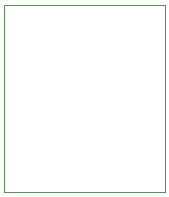
<source format=gko>
G75*
%MOIN*%
%OFA0B0*%
%FSLAX25Y25*%
%IPPOS*%
%LPD*%
%AMOC8*
5,1,8,0,0,1.08239X$1,22.5*
%
%ADD10C,0.00000*%
D10*
X0001000Y0001600D02*
X0001000Y0064061D01*
X0054701Y0064061D01*
X0054701Y0001600D01*
X0001000Y0001600D01*
M02*

</source>
